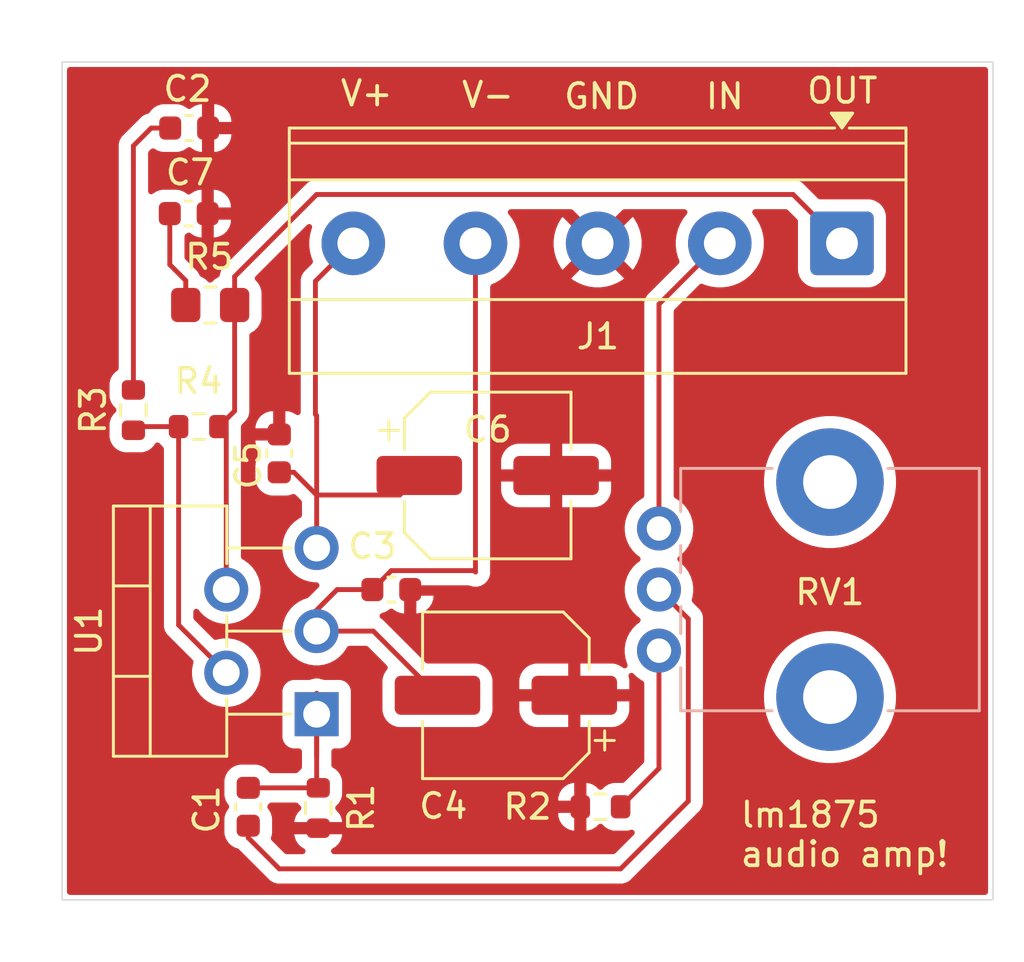
<source format=kicad_pcb>
(kicad_pcb (version 20241229) (generator "pcbnew") (generator_version "9.0")
  (layers (0 "F.Cu" signal) (2 "B.Cu" signal) (13 "F.Paste" user) (15 "B.Paste" user) (5 "F.SilkS" user "F.Silkscreen") (7 "B.SilkS" user "B.Silkscreen") (1 "F.Mask" user) (3 "B.Mask" user) (25 "Edge.Cuts" user))
  (net 0 "")
  (net 1 "Net-(C1-Pad1)")
  (net 2 "Net-(U1-+)")
  (net 3 "GND")
  (net 4 "Net-(C2-Pad1)")
  (net 5 "V_MINUS")
  (net 6 "V_PLUS")
  (net 7 "Net-(C7-Pad1)")
  (net 8 "LINE_IN")
  (net 9 "SPEAKER_OUT_4OHMS")
  (net 10 "Net-(R2-Pad2)")
  (net 11 "Net-(U1--)")
  (footprint "Capacitor_SMD:C_0603_1608Metric" (layer "F.Cu") (at 140.97 84.595 90)
    (property "Reference" "C5" (at -0.495 -1.27 90) (layer "F.SilkS") (effects (font (thickness 0.153))))
    (property "Value" "0.1u")
    (fp_line (start -0.14058 -0.51) (end 0.14058 -0.51) (stroke (width 0.12)) (layer "F.SilkS"))
    (fp_line (start -0.14058 0.51) (end 0.14058 0.51) (stroke (width 0.12)) (layer "F.SilkS"))
    (pad "1" smd roundrect (at -0.775 0 90) (size 0.9 0.95) (layers "F.Cu" "F.Mask" "F.Paste") (net 6 "V_PLUS"))
    (pad "2" smd roundrect (at 0.775 0 90) (size 0.9 0.95) (layers "F.Cu" "F.Mask" "F.Paste") (net 3 "GND"))
  )
  (footprint "Resistor_SMD:R_0603_1608Metric" (layer "F.Cu") (at 154.115 99.06)
    (property "Reference" "R2" (at -2.985 0 0) (layer "F.SilkS") (effects (font (thickness 0.153))))
    (property "Value" "1M")
    (fp_line (start -0.237258 -0.5225) (end 0.237258 -0.5225) (stroke (width 0.12)) (layer "F.SilkS"))
    (fp_line (start -0.237258 0.5225) (end 0.237258 0.5225) (stroke (width 0.12)) (layer "F.SilkS"))
    (pad "1" smd roundrect (at -0.825 0) (size 0.8 0.95) (layers "F.Cu" "F.Mask" "F.Paste") (net 3 "GND"))
    (pad "2" smd roundrect (at 0.825 0) (size 0.8 0.95) (layers "F.Cu" "F.Mask" "F.Paste") (net 10 "Net-(R2-Pad2)"))
  )
  (footprint "TerminalBlock_Phoenix:TerminalBlock_Phoenix_MKDS-1,5-5_1x05_P5.00mm_Horizontal" (layer "F.Cu") (at 164 76 180)
    (property "Reference" "J1" (at 9.989064 -3.808989 0) (layer "F.SilkS") (effects (font (thickness 0.153))))
    (property "Value" "Screw_Terminal_01x05")
    (fp_line (start 22.62 -5.32) (end 22.62 4.72) (stroke (width 0.12)) (layer "F.SilkS"))
    (fp_line (start 0.3 4.72) (end 22.62 4.72) (stroke (width 0.12)) (layer "F.SilkS"))
    (fp_line (start -2.62 4.72) (end -0.3 4.72) (stroke (width 0.12)) (layer "F.SilkS"))
    (fp_line (start -2.62 4.1) (end 22.62 4.1) (stroke (width 0.12)) (layer "F.SilkS"))
    (fp_line (start -2.62 2.6) (end 22.62 2.6) (stroke (width 0.12)) (layer "F.SilkS"))
    (fp_line (start -2.62 -2.3) (end 22.62 -2.3) (stroke (width 0.12)) (layer "F.SilkS"))
    (fp_line (start -2.62 -5.32) (end 22.62 -5.32) (stroke (width 0.12)) (layer "F.SilkS"))
    (fp_line (start -2.62 -5.32) (end -2.62 4.72) (stroke (width 0.12)) (layer "F.SilkS"))
    (fp_poly (pts (xy 0 4.72) (xy 0.44 5.33) (xy -0.44 5.33)) (stroke (width 0.12)) (fill yes) (layer "F.SilkS"))
    (pad "1" thru_hole roundrect (at 0 0 180) (size 2.6 2.6) (drill 1.3) (layers "*.Cu" "*.Mask") (roundrect_rratio 0.096154) (net 9 "SPEAKER_OUT_4OHMS"))
    (pad "2" thru_hole circle (at 5 0 180) (size 2.6 2.6) (drill 1.3) (layers "*.Cu" "*.Mask") (net 8 "LINE_IN"))
    (pad "3" thru_hole circle (at 10 0 180) (size 2.6 2.6) (drill 1.3) (layers "*.Cu" "*.Mask") (net 3 "GND"))
    (pad "4" thru_hole circle (at 15 0 180) (size 2.6 2.6) (drill 1.3) (layers "*.Cu" "*.Mask") (net 5 "V_MINUS"))
    (pad "5" thru_hole circle (at 20 0 180) (size 2.6 2.6) (drill 1.3) (layers "*.Cu" "*.Mask") (net 6 "V_PLUS"))
  )
  (footprint "Capacitor_SMD:C_0603_1608Metric" (layer "F.Cu") (at 137.264413 74.781267)
    (property "Reference" "C7" (at 0.048853 -1.679634 0) (layer "F.SilkS") (effects (font (thickness 0.153))))
    (property "Value" "0.22u")
    (fp_line (start -0.14058 -0.51) (end 0.14058 -0.51) (stroke (width 0.12)) (layer "F.SilkS"))
    (fp_line (start -0.14058 0.51) (end 0.14058 0.51) (stroke (width 0.12)) (layer "F.SilkS"))
    (pad "1" smd roundrect (at -0.775 0) (size 0.9 0.95) (layers "F.Cu" "F.Mask" "F.Paste") (net 7 "Net-(C7-Pad1)"))
    (pad "2" smd roundrect (at 0.775 0) (size 0.9 0.95) (layers "F.Cu" "F.Mask" "F.Paste") (net 3 "GND"))
  )
  (footprint "Capacitor_SMD:CP_Elec_6.3x4.9" (layer "F.Cu") (at 149.5 85.5)
    (property "Reference" "C6" (at -0.002088 -1.878958 0) (layer "F.SilkS") (effects (font (thickness 0.153))))
    (property "Value" "100u")
    (fp_line (start -4.4375 -1.8475) (end -3.65 -1.8475) (stroke (width 0.12)) (layer "F.SilkS"))
    (fp_line (start -4.04375 -2.24125) (end -4.04375 -1.45375) (stroke (width 0.12)) (layer "F.SilkS"))
    (fp_line (start -3.41 -2.345563) (end -3.41 -1.06) (stroke (width 0.12)) (layer "F.SilkS"))
    (fp_line (start -3.41 -2.345563) (end -2.345563 -3.41) (stroke (width 0.12)) (layer "F.SilkS"))
    (fp_line (start -3.41 2.345563) (end -3.41 1.06) (stroke (width 0.12)) (layer "F.SilkS"))
    (fp_line (start -3.41 2.345563) (end -2.345563 3.41) (stroke (width 0.12)) (layer "F.SilkS"))
    (fp_line (start -2.345563 -3.41) (end 3.41 -3.41) (stroke (width 0.12)) (layer "F.SilkS"))
    (fp_line (start -2.345563 3.41) (end 3.41 3.41) (stroke (width 0.12)) (layer "F.SilkS"))
    (fp_line (start 3.41 -3.41) (end 3.41 -1.06) (stroke (width 0.12)) (layer "F.SilkS"))
    (fp_line (start 3.41 3.41) (end 3.41 1.06) (stroke (width 0.12)) (layer "F.SilkS"))
    (pad "1" smd roundrect (at -2.8 0) (size 3.5 1.6) (layers "F.Cu" "F.Mask" "F.Paste") (roundrect_rratio 0.15625) (net 6 "V_PLUS"))
    (pad "2" smd roundrect (at 2.8 0) (size 3.5 1.6) (layers "F.Cu" "F.Mask" "F.Paste") (roundrect_rratio 0.15625) (net 3 "GND"))
  )
  (footprint "Resistor_SMD:R_0805_2012Metric_Pad1.20x1.40mm_HandSolder" (layer "F.Cu") (at 138.142537 78.523378)
    (property "Reference" "R5" (at -0.036862 -1.966015 0) (layer "F.SilkS") (effects (font (thickness 0.153))))
    (property "Value" "1")
    (fp_line (start -0.227064 -0.735) (end 0.227064 -0.735) (stroke (width 0.12)) (layer "F.SilkS"))
    (fp_line (start -0.227064 0.735) (end 0.227064 0.735) (stroke (width 0.12)) (layer "F.SilkS"))
    (pad "1" smd roundrect (at -1 0) (size 1.2 1.4) (layers "F.Cu" "F.Mask" "F.Paste") (roundrect_rratio 0.208333) (net 7 "Net-(C7-Pad1)"))
    (pad "2" smd roundrect (at 1 0) (size 1.2 1.4) (layers "F.Cu" "F.Mask" "F.Paste") (roundrect_rratio 0.208333) (net 9 "SPEAKER_OUT_4OHMS"))
  )
  (footprint "Capacitor_SMD:C_0603_1608Metric" (layer "F.Cu") (at 145.555 90.17 180)
    (property "Reference" "C3" (at 0.775 1.76876 0) (layer "F.SilkS") (effects (font (thickness 0.153))))
    (property "Value" "0.1u")
    (fp_line (start -0.14058 0.51) (end 0.14058 0.51) (stroke (width 0.12)) (layer "F.SilkS"))
    (fp_line (start -0.14058 -0.51) (end 0.14058 -0.51) (stroke (width 0.12)) (layer "F.SilkS"))
    (pad "1" smd roundrect (at -0.775 0 180) (size 0.9 0.95) (layers "F.Cu" "F.Mask" "F.Paste") (net 3 "GND"))
    (pad "2" smd roundrect (at 0.775 0 180) (size 0.9 0.95) (layers "F.Cu" "F.Mask" "F.Paste") (net 5 "V_MINUS"))
  )
  (footprint "Capacitor_SMD:C_0603_1608Metric" (layer "F.Cu") (at 137.281736 71.28177)
    (property "Reference" "C2" (at -0.069041 -1.602412 0) (layer "F.SilkS") (effects (font (thickness 0.153))))
    (property "Value" "22u")
    (fp_line (start -0.14058 -0.51) (end 0.14058 -0.51) (stroke (width 0.12)) (layer "F.SilkS"))
    (fp_line (start -0.14058 0.51) (end 0.14058 0.51) (stroke (width 0.12)) (layer "F.SilkS"))
    (pad "1" smd roundrect (at -0.775 0) (size 0.9 0.95) (layers "F.Cu" "F.Mask" "F.Paste") (net 4 "Net-(C2-Pad1)"))
    (pad "2" smd roundrect (at 0.775 0) (size 0.9 0.95) (layers "F.Cu" "F.Mask" "F.Paste") (net 3 "GND"))
  )
  (footprint "Resistor_SMD:R_0603_1608Metric" (layer "F.Cu") (at 137.675 83.5)
    (property "Reference" "R4" (at -0.014852 -1.859671 0) (layer "F.SilkS") (effects (font (thickness 0.153))))
    (property "Value" "60k")
    (fp_line (start -0.237258 -0.5225) (end 0.237258 -0.5225) (stroke (width 0.12)) (layer "F.SilkS"))
    (fp_line (start -0.237258 0.5225) (end 0.237258 0.5225) (stroke (width 0.12)) (layer "F.SilkS"))
    (pad "1" smd roundrect (at -0.825 0) (size 0.8 0.95) (layers "F.Cu" "F.Mask" "F.Paste") (net 11 "Net-(U1--)"))
    (pad "2" smd roundrect (at 0.825 0) (size 0.8 0.95) (layers "F.Cu" "F.Mask" "F.Paste") (net 9 "SPEAKER_OUT_4OHMS"))
  )
  (footprint "Resistor_SMD:R_0603_1608Metric" (layer "F.Cu") (at 135 82.825 -90)
    (property "Reference" "R3" (at 0 1.65 90) (layer "F.SilkS") (effects (font (thickness 0.153))))
    (property "Value" "1k")
    (fp_line (start -0.237258 0.5225) (end 0.237258 0.5225) (stroke (width 0.12)) (layer "F.SilkS"))
    (fp_line (start -0.237258 -0.5225) (end 0.237258 -0.5225) (stroke (width 0.12)) (layer "F.SilkS"))
    (pad "1" smd roundrect (at -0.825 0 270) (size 0.8 0.95) (layers "F.Cu" "F.Mask" "F.Paste") (net 4 "Net-(C2-Pad1)"))
    (pad "2" smd roundrect (at 0.825 0 270) (size 0.8 0.95) (layers "F.Cu" "F.Mask" "F.Paste") (net 11 "Net-(U1--)"))
  )
  (footprint "Resistor_SMD:R_0603_1608Metric" (layer "F.Cu") (at 142.56589 99.11 90)
    (property "Reference" "R1" (at 0.00512 1.756816 90) (layer "F.SilkS") (effects (font (thickness 0.153))))
    (property "Value" "22k")
    (fp_line (start -0.237258 -0.5225) (end 0.237258 -0.5225) (stroke (width 0.12)) (layer "F.SilkS"))
    (fp_line (start -0.237258 0.5225) (end 0.237258 0.5225) (stroke (width 0.12)) (layer "F.SilkS"))
    (pad "1" smd roundrect (at -0.825 0 90) (size 0.8 0.95) (layers "F.Cu" "F.Mask" "F.Paste") (net 3 "GND"))
    (pad "2" smd roundrect (at 0.825 0 90) (size 0.8 0.95) (layers "F.Cu" "F.Mask" "F.Paste") (net 2 "Net-(U1-+)"))
  )
  (footprint "Package_TO_SOT_THT:TO-220-5_P3.4x3.7mm_StaggerOdd_Lead3.8mm_Vertical" (layer "F.Cu") (at 142.5 95.27 90)
    (property "Reference" "U1" (at 3.4 -9.32 90) (layer "F.SilkS") (effects (font (thickness 0.153))))
    (property "Value" "LM1875")
    (fp_line (start 8.52 -8.32) (end 8.52 -3.679) (stroke (width 0.12)) (layer "F.SilkS"))
    (fp_line (start 5.25 -8.32) (end 5.25 -6.811) (stroke (width 0.12)) (layer "F.SilkS"))
    (fp_line (start 1.55 -8.32) (end 1.55 -6.811) (stroke (width 0.12)) (layer "F.SilkS"))
    (fp_line (start -1.721 -8.32) (end 8.52 -8.32) (stroke (width 0.12)) (layer "F.SilkS"))
    (fp_line (start -1.721 -8.32) (end -1.721 -3.679) (stroke (width 0.12)) (layer "F.SilkS"))
    (fp_line (start -1.721 -6.811) (end 8.52 -6.811) (stroke (width 0.12)) (layer "F.SilkS"))
    (fp_line (start 6.8 -3.679) (end 6.8 -1.065) (stroke (width 0.12)) (layer "F.SilkS"))
    (fp_line (start 6.165 -3.679) (end 8.52 -3.679) (stroke (width 0.12)) (layer "F.SilkS"))
    (fp_line (start 3.4 -3.679) (end 3.4 -1.065) (stroke (width 0.12)) (layer "F.SilkS"))
    (fp_line (start 2.765 -3.679) (end 4.035 -3.679) (stroke (width 0.12)) (layer "F.SilkS"))
    (fp_line (start 0 -3.679) (end 0 -1.049) (stroke (width 0.12)) (layer "F.SilkS"))
    (fp_line (start -1.721 -3.679) (end 0.635 -3.679) (stroke (width 0.12)) (layer "F.SilkS"))
    (pad "1" thru_hole rect (at 0 0 90) (size 1.8 1.8) (drill 1.1) (layers "*.Cu" "*.Mask") (net 2 "Net-(U1-+)"))
    (pad "2" thru_hole circle (at 1.7 -3.7 90) (size 1.8 1.8) (drill 1.1) (layers "*.Cu" "*.Mask") (net 11 "Net-(U1--)"))
    (pad "3" thru_hole circle (at 3.4 0 90) (size 1.8 1.8) (drill 1.1) (layers "*.Cu" "*.Mask") (net 5 "V_MINUS"))
    (pad "4" thru_hole circle (at 5.1 -3.7 90) (size 1.8 1.8) (drill 1.1) (layers "*.Cu" "*.Mask") (net 9 "SPEAKER_OUT_4OHMS"))
    (pad "5" thru_hole circle (at 6.8 0 90) (size 1.8 1.8) (drill 1.1) (layers "*.Cu" "*.Mask") (net 6 "V_PLUS"))
  )
  (footprint "Capacitor_SMD:CP_Elec_6.3x4.9" (layer "F.Cu") (at 150.244696 94.497092 180)
    (property "Reference" "C4" (at 2.560379 -4.536412 0) (layer "F.SilkS") (effects (font (thickness 0.153))))
    (property "Value" "100u")
    (fp_line (start 3.41 3.41) (end 3.41 1.06) (stroke (width 0.12)) (layer "F.SilkS"))
    (fp_line (start 3.41 -3.41) (end 3.41 -1.06) (stroke (width 0.12)) (layer "F.SilkS"))
    (fp_line (start -2.345563 3.41) (end 3.41 3.41) (stroke (width 0.12)) (layer "F.SilkS"))
    (fp_line (start -2.345563 -3.41) (end 3.41 -3.41) (stroke (width 0.12)) (layer "F.SilkS"))
    (fp_line (start -3.41 2.345563) (end -2.345563 3.41) (stroke (width 0.12)) (layer "F.SilkS"))
    (fp_line (start -3.41 2.345563) (end -3.41 1.06) (stroke (width 0.12)) (layer "F.SilkS"))
    (fp_line (start -3.41 -2.345563) (end -2.345563 -3.41) (stroke (width 0.12)) (layer "F.SilkS"))
    (fp_line (start -3.41 -2.345563) (end -3.41 -1.06) (stroke (width 0.12)) (layer "F.SilkS"))
    (fp_line (start -4.04375 -2.24125) (end -4.04375 -1.45375) (stroke (width 0.12)) (layer "F.SilkS"))
    (fp_line (start -4.4375 -1.8475) (end -3.65 -1.8475) (stroke (width 0.12)) (layer "F.SilkS"))
    (pad "1" smd roundrect (at -2.8 0 180) (size 3.5 1.6) (layers "F.Cu" "F.Mask" "F.Paste") (roundrect_rratio 0.15625) (net 3 "GND"))
    (pad "2" smd roundrect (at 2.8 0 180) (size 3.5 1.6) (layers "F.Cu" "F.Mask" "F.Paste") (roundrect_rratio 0.15625) (net 5 "V_MINUS"))
  )
  (footprint "Capacitor_SMD:C_0603_1608Metric" (layer "F.Cu") (at 139.7 99.06 90)
    (property "Reference" "C1" (at -0.112201 -1.705465 90) (layer "F.SilkS") (effects (font (thickness 0.153))))
    (property "Value" "2.2u")
    (fp_line (start -0.14058 -0.51) (end 0.14058 -0.51) (stroke (width 0.12)) (layer "F.SilkS"))
    (fp_line (start -0.14058 0.51) (end 0.14058 0.51) (stroke (width 0.12)) (layer "F.SilkS"))
    (pad "1" smd roundrect (at -0.775 0 90) (size 0.9 0.95) (layers "F.Cu" "F.Mask" "F.Paste") (net 1 "Net-(C1-Pad1)"))
    (pad "2" smd roundrect (at 0.775 0 90) (size 0.9 0.95) (layers "F.Cu" "F.Mask" "F.Paste") (net 2 "Net-(U1-+)"))
  )
  (footprint "Potentiometer_THT:Potentiometer_Bourns_PTV09A-1_Single_Vertical" (layer "B.Cu") (at 156.51 87.67)
    (property "Reference" "RV1" (at 6.993043 2.608165 -0) (layer "F.SilkS") (effects (font (thickness 0.153))))
    (property "Value" "100k")
    (fp_line (start 0.89 -2.46) (end 4.635 -2.46) (stroke (width 0.12)) (layer "B.SilkS"))
    (fp_line (start 0.89 -0.696) (end 0.89 -2.46) (stroke (width 0.12)) (layer "B.SilkS"))
    (fp_line (start 0.89 1.804) (end 0.89 0.696) (stroke (width 0.12)) (layer "B.SilkS"))
    (fp_line (start 0.89 4.304) (end 0.89 3.196) (stroke (width 0.12)) (layer "B.SilkS"))
    (fp_line (start 0.89 7.46) (end 0.89 5.696) (stroke (width 0.12)) (layer "B.SilkS"))
    (fp_line (start 0.89 7.46) (end 4.635 7.46) (stroke (width 0.12)) (layer "B.SilkS"))
    (fp_line (start 9.365 -2.46) (end 13.11 -2.46) (stroke (width 0.12)) (layer "B.SilkS"))
    (fp_line (start 9.365 7.46) (end 13.11 7.46) (stroke (width 0.12)) (layer "B.SilkS"))
    (fp_line (start 13.11 7.46) (end 13.11 -2.46) (stroke (width 0.12)) (layer "B.SilkS"))
    (pad "1" thru_hole circle (at 0 0) (size 1.8 1.8) (drill 1) (layers "*.Cu" "*.Mask") (net 8 "LINE_IN"))
    (pad "2" thru_hole circle (at 0 2.5) (size 1.8 1.8) (drill 1) (layers "*.Cu" "*.Mask") (net 1 "Net-(C1-Pad1)"))
    (pad "3" thru_hole circle (at 0 5) (size 1.8 1.8) (drill 1) (layers "*.Cu" "*.Mask") (net 10 "Net-(R2-Pad2)"))
    (pad "MP" thru_hole circle (at 7 -1.9) (size 4.4 4.4) (drill 2.2) (layers "*.Cu" "*.Mask"))
    (pad "MP" thru_hole circle (at 7 6.9) (size 4.4 4.4) (drill 2.2) (layers "*.Cu" "*.Mask"))
  )
  (gr_line (start 132.08 69.85) (end 132.08 68.58) (stroke (width 0.05)) (layer "Edge.Cuts"))
  (gr_line (start 170.18 69.85) (end 170.18 68.58) (stroke (width 0.05)) (layer "Edge.Cuts"))
  (gr_line (start 132.08 102.87) (end 132.08 69.85) (stroke (width 0.05)) (layer "Edge.Cuts"))
  (gr_line (start 170.18 102.87) (end 132.08 102.87) (stroke (width 0.05)) (layer "Edge.Cuts"))
  (gr_line (start 170.18 69.85) (end 170.18 102.87) (stroke (width 0.05)) (layer "Edge.Cuts"))
  (gr_line (start 132.08 68.58) (end 170.18 68.58) (stroke (width 0.05)) (layer "Edge.Cuts"))
  (gr_text "lm1875\naudio amp!" (at 159.772166 101.582683 0) (layer "F.SilkS") (effects (font (size 1 1) (thickness 0.153)) (justify left bottom)))
  (gr_text "IN" (at 158.342225 70.568216 0) (layer "F.SilkS") (effects (font (size 1 1) (thickness 0.153)) (justify left bottom)))
  (gr_text "V+" (at 143.399433 70.447125 0) (layer "F.SilkS") (effects (font (size 1 1) (thickness 0.153)) (justify left bottom)))
  (gr_text "GND" (at 152.54 70.566478 0) (layer "F.SilkS") (effects (font (size 1 1) (thickness 0.153)) (justify left bottom)))
  (gr_text "V-" (at 148.358135 70.510908 0) (layer "F.SilkS") (effects (font (size 1 1) (thickness 0.153)) (justify left bottom)))
  (gr_text "OUT" (at 162.485819 70.339429 0) (layer "F.SilkS") (effects (font (size 1 1) (thickness 0.153)) (justify left bottom)))
  (segment (start 157.711 91.371) (end 157.711 98.829) (width 0.2) (layer "F.Cu") (net 1))
  (segment (start 156.51 90.17) (end 157.711 91.371) (width 0.2) (layer "F.Cu") (net 1))
  (segment (start 157.711 98.829) (end 154.94 101.6) (width 0.2) (layer "F.Cu") (net 1))
  (segment (start 139.7 100.33) (end 140.97 101.6) (width 0.2) (layer "F.Cu") (net 1))
  (segment (start 139.7 99.835) (end 139.7 100.33) (width 0.2) (layer "F.Cu") (net 1))
  (segment (start 154.94 101.6) (end 140.97 101.6) (width 0.2) (layer "F.Cu") (net 1))
  (segment (start 142.5 95.27) (end 142.5 98.21911) (width 0.2) (layer "F.Cu") (net 2))
  (segment (start 142.5 98.21911) (end 142.56589 98.285) (width 0.2) (layer "F.Cu") (net 2))
  (segment (start 142.5 94.41) (end 142.5 97) (width 0.2) (layer "F.Cu") (net 2))
  (segment (start 142.56589 98.285) (end 139.7 98.285) (width 0.2) (layer "F.Cu") (net 2))
  (segment (start 135.72823 71.28177) (end 136.506736 71.28177) (width 0.2) (layer "F.Cu") (net 4))
  (segment (start 135 72.01) (end 135.72823 71.28177) (width 0.2) (layer "F.Cu") (net 4))
  (segment (start 135 82) (end 135 72.01) (width 0.2) (layer "F.Cu") (net 4))
  (segment (start 143.34 90.17) (end 144.78 90.17) (width 0.2) (layer "F.Cu") (net 5))
  (segment (start 142.5 91.87) (end 144.817604 91.87) (width 0.2) (layer "F.Cu") (net 5))
  (segment (start 145.556 89.394) (end 144.78 90.17) (width 0.2) (layer "F.Cu") (net 5))
  (segment (start 148.944 89.394) (end 145.556 89.394) (width 0.2) (layer "F.Cu") (net 5))
  (segment (start 149 76) (end 149 89.45) (width 0.2) (layer "F.Cu") (net 5))
  (segment (start 144.817604 91.87) (end 147.444696 94.497092) (width 0.2) (layer "F.Cu") (net 5))
  (segment (start 145.99 94.5) (end 146.2 94.5) (width 0.2) (layer "F.Cu") (net 5))
  (segment (start 149 89.45) (end 148.944 89.394) (width 0.2) (layer "F.Cu") (net 5))
  (segment (start 142.5 91.01) (end 143.34 90.17) (width 0.2) (layer "F.Cu") (net 5))
  (segment (start 142.5 83.05) (end 142.45 83) (width 0.2) (layer "F.Cu") (net 6))
  (segment (start 142.5 86.3) (end 145.9 86.3) (width 0.2) (layer "F.Cu") (net 6))
  (segment (start 140.97 85.37) (end 141.57 85.37) (width 0.2) (layer "F.Cu") (net 6))
  (segment (start 141.57 85.37) (end 142.5 86.3) (width 0.2) (layer "F.Cu") (net 6))
  (segment (start 142.45 77.55) (end 144 76) (width 0.2) (layer "F.Cu") (net 6))
  (segment (start 145.9 86.3) (end 146.7 85.5) (width 0.2) (layer "F.Cu") (net 6))
  (segment (start 142.5 88.47) (end 142.5 86.3) (width 0.2) (layer "F.Cu") (net 6))
  (segment (start 142.45 83) (end 142.45 77.55) (width 0.2) (layer "F.Cu") (net 6))
  (segment (start 142.5 86.3) (end 142.5 83.05) (width 0.2) (layer "F.Cu") (net 6))
  (segment (start 140.97 85.09) (end 141.29 85.09) (width 0.2) (layer "F.Cu") (net 6))
  (segment (start 137.142537 77.523711) (end 137.142537 78.523378) (width 0.2) (layer "F.Cu") (net 7))
  (segment (start 136.489413 76.870587) (end 136.489413 74.781267) (width 0.2) (layer "F.Cu") (net 7))
  (segment (start 136.489413 76.870587) (end 137.142537 77.523711) (width 0.2) (layer "F.Cu") (net 7))
  (segment (start 156.51 78.49) (end 159 76) (width 0.2) (layer "F.Cu") (net 8))
  (segment (start 156.51 87.67) (end 156.51 78.49) (width 0.2) (layer "F.Cu") (net 8))
  (segment (start 139.142537 77.357463) (end 142.5 74) (width 0.2) (layer "F.Cu") (net 9))
  (segment (start 138.8 90.17) (end 138.8 83.8) (width 0.2) (layer "F.Cu") (net 9))
  (segment (start 139.142537 78.523378) (end 139.142537 82.857463) (width 0.2) (layer "F.Cu") (net 9))
  (segment (start 139.142537 82.857463) (end 138.5 83.5) (width 0.2) (layer "F.Cu") (net 9))
  (segment (start 139.142537 78.523378) (end 139.142537 77.357463) (width 0.2) (layer "F.Cu") (net 9))
  (segment (start 164 76) (end 162 74) (width 0.2) (layer "F.Cu") (net 9))
  (segment (start 138.8 83.8) (end 138.5 83.5) (width 0.2) (layer "F.Cu") (net 9))
  (segment (start 162 74) (end 142.5 74) (width 0.2) (layer "F.Cu") (net 9))
  (segment (start 156.51 97.49) (end 154.94 99.06) (width 0.2) (layer "F.Cu") (net 10))
  (segment (start 156.51 92.67) (end 156.51 97.49) (width 0.2) (layer "F.Cu") (net 10))
  (segment (start 136.85 83.5) (end 136.85 91.62) (width 0.2) (layer "F.Cu") (net 11))
  (segment (start 135.15 83.5) (end 135 83.65) (width 0.2) (layer "F.Cu") (net 11))
  (segment (start 136.85 83.5) (end 135.15 83.5) (width 0.2) (layer "F.Cu") (net 11))
  (segment (start 136.85 91.62) (end 138.8 93.57) (width 0.2) (layer "F.Cu") (net 11))
  (zone (net 3) (net_name "GND") (layer "F.Cu") (connect_pads (clearance 0.5)) (min_thickness 0.25) (fill yes (thermal_gap 0.5) (thermal_bridge_width 0.5))
    (polygon (pts (xy 129.54 66.04) (xy 171.45 66.04) (xy 171.45 105.41) (xy 129.54 105.41)))
  )
)
</source>
